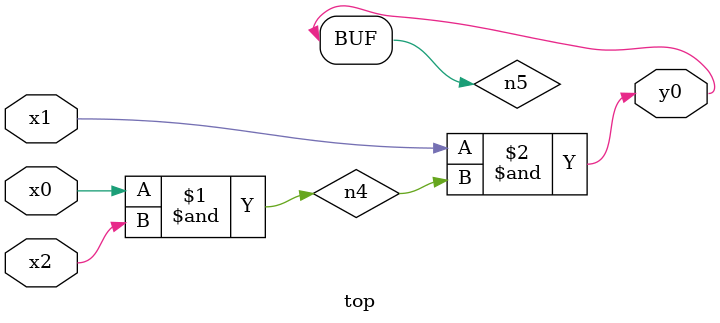
<source format=v>
module top( x0 , x1 , x2 , y0 );
  input x0 , x1 , x2 ;
  output y0 ;
  wire n4 , n5 ;
  assign n4 = x0 & x2 ;
  assign n5 = x1 & n4 ;
  assign y0 = n5 ;
endmodule

</source>
